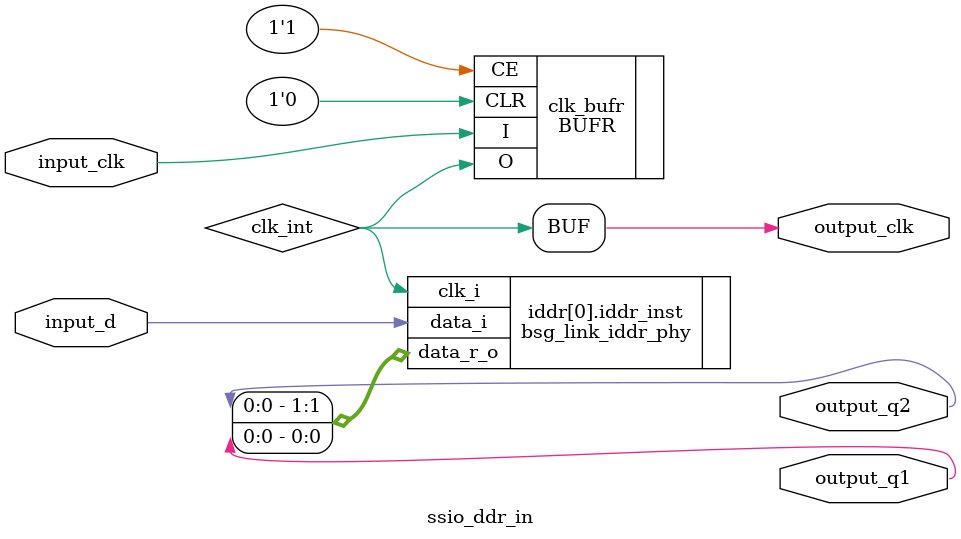
<source format=v>
/*

Copyright (c) 2016-2018 Alex Forencich

Permission is hereby granted, free of charge, to any person obtaining a copy
of this software and associated documentation files (the "Software"), to deal
in the Software without restriction, including without limitation the rights
to use, copy, modify, merge, publish, distribute, sublicense, and/or sell
copies of the Software, and to permit persons to whom the Software is
furnished to do so, subject to the following conditions:

The above copyright notice and this permission notice shall be included in
all copies or substantial portions of the Software.

THE SOFTWARE IS PROVIDED "AS IS", WITHOUT WARRANTY OF ANY KIND, EXPRESS OR
IMPLIED, INCLUDING BUT NOT LIMITED TO THE WARRANTIES OF MERCHANTABILITY
FITNESS FOR A PARTICULAR PURPOSE AND NONINFRINGEMENT. IN NO EVENT SHALL THE
AUTHORS OR COPYRIGHT HOLDERS BE LIABLE FOR ANY CLAIM, DAMAGES OR OTHER
LIABILITY, WHETHER IN AN ACTION OF CONTRACT, TORT OR OTHERWISE, ARISING FROM,
OUT OF OR IN CONNECTION WITH THE SOFTWARE OR THE USE OR OTHER DEALINGS IN
THE SOFTWARE.

*/

// Language: Verilog 2001

`timescale 1ns / 1ps

/*
 * Source synchronous DDR input for Zedboard
 */
module ssio_ddr_in #
(
    // Width of register in bits
    parameter WIDTH = 1
)
(
    input  wire             input_clk,

    input  wire [WIDTH-1:0] input_d,

    output wire             output_clk,

    output wire [WIDTH-1:0] output_q1,
    output wire [WIDTH-1:0] output_q2
);

wire clk_int;

`ifdef SIM_MP
assign clk_int = input_clk;
`else
// pass through RX clock to logic
BUFR #(
    .BUFR_DIVIDE("BYPASS")
)
clk_bufr (
    .I(input_clk),
    .O(clk_int),
    .CE(1'b1),
    .CLR(1'b0)
);
`endif
genvar n;
generate
for (n = 0; n < WIDTH; n = n + 1) begin : iddr
    bsg_link_iddr_phy #(.width_p(1))
      iddr_inst (
        .clk_i(clk_int)
       ,.data_i(input_d[n])
       ,.data_r_o({output_q2[n], output_q1[n]})
      );
end
endgenerate

assign output_clk = clk_int;

endmodule

</source>
